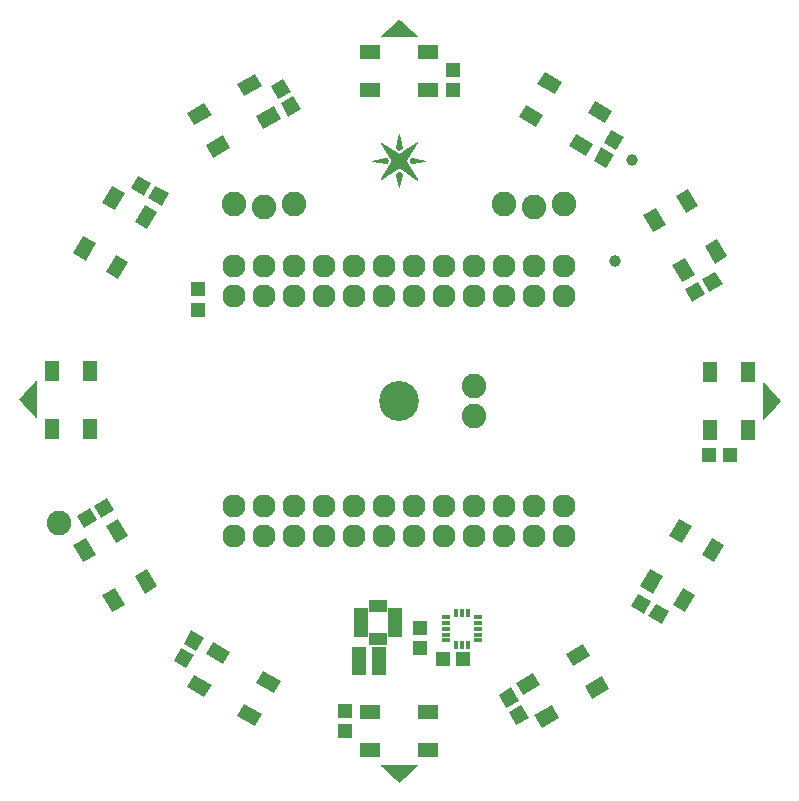
<source format=gts>
G75*
%MOIN*%
%OFA0B0*%
%FSLAX25Y25*%
%IPPOS*%
%LPD*%
%AMOC8*
5,1,8,0,0,1.08239X$1,22.5*
%
%ADD10C,0.13300*%
%ADD11C,0.00200*%
%ADD12R,0.06706X0.04737*%
%ADD13R,0.04737X0.06706*%
%ADD14R,0.05131X0.04737*%
%ADD15R,0.04737X0.05131*%
%ADD16C,0.00100*%
%ADD17R,0.04550X0.01981*%
%ADD18R,0.01981X0.04150*%
%ADD19C,0.08200*%
%ADD20C,0.03950*%
%ADD21C,0.07700*%
%ADD22R,0.02769X0.01784*%
%ADD23R,0.01784X0.02769*%
D10*
X0136400Y0131800D03*
D11*
X0015400Y0131825D02*
X0010336Y0131825D01*
X0010517Y0131626D02*
X0015400Y0131626D01*
X0015400Y0131428D02*
X0010699Y0131428D01*
X0010881Y0131229D02*
X0015400Y0131229D01*
X0015400Y0131031D02*
X0011063Y0131031D01*
X0011245Y0130832D02*
X0015400Y0130832D01*
X0015400Y0130634D02*
X0011427Y0130634D01*
X0011609Y0130435D02*
X0015400Y0130435D01*
X0015400Y0130237D02*
X0011791Y0130237D01*
X0011973Y0130038D02*
X0015400Y0130038D01*
X0015400Y0129840D02*
X0012155Y0129840D01*
X0012337Y0129641D02*
X0015400Y0129641D01*
X0015400Y0129443D02*
X0012519Y0129443D01*
X0012701Y0129244D02*
X0015400Y0129244D01*
X0015400Y0129046D02*
X0012883Y0129046D01*
X0013065Y0128847D02*
X0015400Y0128847D01*
X0015400Y0128649D02*
X0013247Y0128649D01*
X0013429Y0128450D02*
X0015400Y0128450D01*
X0015400Y0128252D02*
X0013611Y0128252D01*
X0013793Y0128053D02*
X0015400Y0128053D01*
X0015400Y0127855D02*
X0013975Y0127855D01*
X0014157Y0127656D02*
X0015400Y0127656D01*
X0015400Y0127458D02*
X0014339Y0127458D01*
X0014521Y0127259D02*
X0015400Y0127259D01*
X0015400Y0127061D02*
X0014703Y0127061D01*
X0014885Y0126862D02*
X0015400Y0126862D01*
X0015400Y0126664D02*
X0015067Y0126664D01*
X0015249Y0126465D02*
X0015400Y0126465D01*
X0015400Y0126300D02*
X0009900Y0132300D01*
X0015400Y0138300D01*
X0015400Y0126300D01*
X0015400Y0132023D02*
X0010154Y0132023D01*
X0009972Y0132222D02*
X0015400Y0132222D01*
X0015400Y0132420D02*
X0010010Y0132420D01*
X0010192Y0132619D02*
X0015400Y0132619D01*
X0015400Y0132817D02*
X0010374Y0132817D01*
X0010556Y0133016D02*
X0015400Y0133016D01*
X0015400Y0133214D02*
X0010738Y0133214D01*
X0010920Y0133413D02*
X0015400Y0133413D01*
X0015400Y0133612D02*
X0011102Y0133612D01*
X0011284Y0133810D02*
X0015400Y0133810D01*
X0015400Y0134009D02*
X0011466Y0134009D01*
X0011648Y0134207D02*
X0015400Y0134207D01*
X0015400Y0134406D02*
X0011830Y0134406D01*
X0012012Y0134604D02*
X0015400Y0134604D01*
X0015400Y0134803D02*
X0012194Y0134803D01*
X0012376Y0135001D02*
X0015400Y0135001D01*
X0015400Y0135200D02*
X0012558Y0135200D01*
X0012740Y0135398D02*
X0015400Y0135398D01*
X0015400Y0135597D02*
X0012922Y0135597D01*
X0013104Y0135795D02*
X0015400Y0135795D01*
X0015400Y0135994D02*
X0013286Y0135994D01*
X0013468Y0136192D02*
X0015400Y0136192D01*
X0015400Y0136391D02*
X0013650Y0136391D01*
X0013832Y0136589D02*
X0015400Y0136589D01*
X0015400Y0136788D02*
X0014014Y0136788D01*
X0014196Y0136986D02*
X0015400Y0136986D01*
X0015400Y0137185D02*
X0014378Y0137185D01*
X0014560Y0137383D02*
X0015400Y0137383D01*
X0015400Y0137582D02*
X0014742Y0137582D01*
X0014924Y0137780D02*
X0015400Y0137780D01*
X0015400Y0137979D02*
X0015106Y0137979D01*
X0015287Y0138177D02*
X0015400Y0138177D01*
X0257900Y0137800D02*
X0257900Y0125800D01*
X0263400Y0131800D01*
X0257900Y0137800D01*
X0257900Y0137780D02*
X0257918Y0137780D01*
X0257900Y0137582D02*
X0258100Y0137582D01*
X0258282Y0137383D02*
X0257900Y0137383D01*
X0257900Y0137185D02*
X0258464Y0137185D01*
X0258646Y0136986D02*
X0257900Y0136986D01*
X0257900Y0136788D02*
X0258828Y0136788D01*
X0259010Y0136589D02*
X0257900Y0136589D01*
X0257900Y0136391D02*
X0259192Y0136391D01*
X0259374Y0136192D02*
X0257900Y0136192D01*
X0257900Y0135994D02*
X0259556Y0135994D01*
X0259738Y0135795D02*
X0257900Y0135795D01*
X0257900Y0135597D02*
X0259920Y0135597D01*
X0260102Y0135398D02*
X0257900Y0135398D01*
X0257900Y0135200D02*
X0260284Y0135200D01*
X0260466Y0135001D02*
X0257900Y0135001D01*
X0257900Y0134803D02*
X0260648Y0134803D01*
X0260830Y0134604D02*
X0257900Y0134604D01*
X0257900Y0134406D02*
X0261012Y0134406D01*
X0261194Y0134207D02*
X0257900Y0134207D01*
X0257900Y0134009D02*
X0261376Y0134009D01*
X0261557Y0133810D02*
X0257900Y0133810D01*
X0257900Y0133612D02*
X0261739Y0133612D01*
X0261921Y0133413D02*
X0257900Y0133413D01*
X0257900Y0133214D02*
X0262103Y0133214D01*
X0262285Y0133016D02*
X0257900Y0133016D01*
X0257900Y0132817D02*
X0262467Y0132817D01*
X0262649Y0132619D02*
X0257900Y0132619D01*
X0257900Y0132420D02*
X0262831Y0132420D01*
X0263013Y0132222D02*
X0257900Y0132222D01*
X0257900Y0132023D02*
X0263195Y0132023D01*
X0263377Y0131825D02*
X0257900Y0131825D01*
X0257900Y0131626D02*
X0263241Y0131626D01*
X0263059Y0131428D02*
X0257900Y0131428D01*
X0257900Y0131229D02*
X0262877Y0131229D01*
X0262695Y0131031D02*
X0257900Y0131031D01*
X0257900Y0130832D02*
X0262513Y0130832D01*
X0262331Y0130634D02*
X0257900Y0130634D01*
X0257900Y0130435D02*
X0262149Y0130435D01*
X0261967Y0130237D02*
X0257900Y0130237D01*
X0257900Y0130038D02*
X0261785Y0130038D01*
X0261603Y0129840D02*
X0257900Y0129840D01*
X0257900Y0129641D02*
X0261421Y0129641D01*
X0261239Y0129443D02*
X0257900Y0129443D01*
X0257900Y0129244D02*
X0261057Y0129244D01*
X0260875Y0129046D02*
X0257900Y0129046D01*
X0257900Y0128847D02*
X0260693Y0128847D01*
X0260511Y0128649D02*
X0257900Y0128649D01*
X0257900Y0128450D02*
X0260329Y0128450D01*
X0260147Y0128252D02*
X0257900Y0128252D01*
X0257900Y0128053D02*
X0259965Y0128053D01*
X0259783Y0127855D02*
X0257900Y0127855D01*
X0257900Y0127656D02*
X0259602Y0127656D01*
X0259420Y0127458D02*
X0257900Y0127458D01*
X0257900Y0127259D02*
X0259238Y0127259D01*
X0259056Y0127061D02*
X0257900Y0127061D01*
X0257900Y0126862D02*
X0258874Y0126862D01*
X0258692Y0126664D02*
X0257900Y0126664D01*
X0257900Y0126465D02*
X0258510Y0126465D01*
X0258328Y0126267D02*
X0257900Y0126267D01*
X0257900Y0126068D02*
X0258146Y0126068D01*
X0257964Y0125870D02*
X0257900Y0125870D01*
X0142400Y0010300D02*
X0130400Y0010300D01*
X0136400Y0004800D01*
X0142400Y0010300D01*
X0142223Y0010137D02*
X0130577Y0010137D01*
X0130794Y0009939D02*
X0142006Y0009939D01*
X0141790Y0009740D02*
X0131010Y0009740D01*
X0131227Y0009542D02*
X0141573Y0009542D01*
X0141356Y0009343D02*
X0131444Y0009343D01*
X0131660Y0009145D02*
X0141140Y0009145D01*
X0140923Y0008946D02*
X0131877Y0008946D01*
X0132093Y0008748D02*
X0140707Y0008748D01*
X0140490Y0008549D02*
X0132310Y0008549D01*
X0132526Y0008351D02*
X0140274Y0008351D01*
X0140057Y0008152D02*
X0132743Y0008152D01*
X0132959Y0007954D02*
X0139841Y0007954D01*
X0139624Y0007755D02*
X0133176Y0007755D01*
X0133393Y0007557D02*
X0139407Y0007557D01*
X0139191Y0007358D02*
X0133609Y0007358D01*
X0133826Y0007160D02*
X0138974Y0007160D01*
X0138758Y0006961D02*
X0134042Y0006961D01*
X0134259Y0006763D02*
X0138541Y0006763D01*
X0138325Y0006564D02*
X0134475Y0006564D01*
X0134692Y0006366D02*
X0138108Y0006366D01*
X0137892Y0006167D02*
X0134908Y0006167D01*
X0135125Y0005969D02*
X0137675Y0005969D01*
X0137458Y0005770D02*
X0135342Y0005770D01*
X0135558Y0005572D02*
X0137242Y0005572D01*
X0137025Y0005373D02*
X0135775Y0005373D01*
X0135991Y0005175D02*
X0136809Y0005175D01*
X0136592Y0004976D02*
X0136208Y0004976D01*
X0130400Y0253300D02*
X0136400Y0258800D01*
X0142400Y0253300D01*
X0130400Y0253300D01*
X0130415Y0253314D02*
X0142385Y0253314D01*
X0142168Y0253512D02*
X0130632Y0253512D01*
X0130848Y0253711D02*
X0141952Y0253711D01*
X0141735Y0253909D02*
X0131065Y0253909D01*
X0131281Y0254108D02*
X0141519Y0254108D01*
X0141302Y0254306D02*
X0131498Y0254306D01*
X0131714Y0254505D02*
X0141086Y0254505D01*
X0140869Y0254703D02*
X0131931Y0254703D01*
X0132148Y0254902D02*
X0140652Y0254902D01*
X0140436Y0255100D02*
X0132364Y0255100D01*
X0132581Y0255299D02*
X0140219Y0255299D01*
X0140003Y0255497D02*
X0132797Y0255497D01*
X0133014Y0255696D02*
X0139786Y0255696D01*
X0139570Y0255894D02*
X0133230Y0255894D01*
X0133447Y0256093D02*
X0139353Y0256093D01*
X0139137Y0256292D02*
X0133663Y0256292D01*
X0133880Y0256490D02*
X0138920Y0256490D01*
X0138703Y0256689D02*
X0134097Y0256689D01*
X0134313Y0256887D02*
X0138487Y0256887D01*
X0138270Y0257086D02*
X0134530Y0257086D01*
X0134746Y0257284D02*
X0138054Y0257284D01*
X0137837Y0257483D02*
X0134963Y0257483D01*
X0135179Y0257681D02*
X0137621Y0257681D01*
X0137404Y0257880D02*
X0135396Y0257880D01*
X0135612Y0258078D02*
X0137188Y0258078D01*
X0136971Y0258277D02*
X0135829Y0258277D01*
X0136046Y0258475D02*
X0136754Y0258475D01*
X0136538Y0258674D02*
X0136262Y0258674D01*
D12*
G36*
X0088323Y0023295D02*
X0082517Y0026648D01*
X0084885Y0030749D01*
X0090691Y0027396D01*
X0088323Y0023295D01*
G37*
X0126754Y0028099D03*
X0146046Y0028099D03*
G36*
X0183484Y0037058D02*
X0177678Y0033705D01*
X0175310Y0037806D01*
X0181116Y0041159D01*
X0183484Y0037058D01*
G37*
G36*
X0206490Y0035794D02*
X0200684Y0032441D01*
X0198316Y0036542D01*
X0204122Y0039895D01*
X0206490Y0035794D01*
G37*
G36*
X0189783Y0026148D02*
X0183977Y0022795D01*
X0181609Y0026896D01*
X0187415Y0030249D01*
X0189783Y0026148D01*
G37*
X0146046Y0015501D03*
X0126754Y0015501D03*
G36*
X0071616Y0032941D02*
X0065810Y0036294D01*
X0068178Y0040395D01*
X0073984Y0037042D01*
X0071616Y0032941D01*
G37*
G36*
X0094622Y0034205D02*
X0088816Y0037558D01*
X0091184Y0041659D01*
X0096990Y0038306D01*
X0094622Y0034205D01*
G37*
G36*
X0077915Y0043851D02*
X0072109Y0047204D01*
X0074477Y0051305D01*
X0080283Y0047952D01*
X0077915Y0043851D01*
G37*
G36*
X0040894Y0061210D02*
X0037541Y0067016D01*
X0041642Y0069384D01*
X0044995Y0063578D01*
X0040894Y0061210D01*
G37*
G36*
X0051804Y0067509D02*
X0048451Y0073315D01*
X0052552Y0075683D01*
X0055905Y0069877D01*
X0051804Y0067509D01*
G37*
G36*
X0031248Y0077917D02*
X0027895Y0083723D01*
X0031996Y0086091D01*
X0035349Y0080285D01*
X0031248Y0077917D01*
G37*
G36*
X0042158Y0084216D02*
X0038805Y0090022D01*
X0042906Y0092390D01*
X0046259Y0086584D01*
X0042158Y0084216D01*
G37*
G36*
X0200191Y0046704D02*
X0194385Y0043351D01*
X0192017Y0047452D01*
X0197823Y0050805D01*
X0200191Y0046704D01*
G37*
G36*
X0235259Y0067016D02*
X0231906Y0061210D01*
X0227805Y0063578D01*
X0231158Y0069384D01*
X0235259Y0067016D01*
G37*
G36*
X0224349Y0073315D02*
X0220996Y0067509D01*
X0216895Y0069877D01*
X0220248Y0075683D01*
X0224349Y0073315D01*
G37*
G36*
X0244905Y0083723D02*
X0241552Y0077917D01*
X0237451Y0080285D01*
X0240804Y0086091D01*
X0244905Y0083723D01*
G37*
G36*
X0233995Y0090022D02*
X0230642Y0084216D01*
X0226541Y0086584D01*
X0229894Y0092390D01*
X0233995Y0090022D01*
G37*
G36*
X0231642Y0179384D02*
X0234995Y0173578D01*
X0230894Y0171210D01*
X0227541Y0177016D01*
X0231642Y0179384D01*
G37*
G36*
X0242552Y0185683D02*
X0245905Y0179877D01*
X0241804Y0177509D01*
X0238451Y0183315D01*
X0242552Y0185683D01*
G37*
G36*
X0221996Y0196091D02*
X0225349Y0190285D01*
X0221248Y0187917D01*
X0217895Y0193723D01*
X0221996Y0196091D01*
G37*
G36*
X0232906Y0202390D02*
X0236259Y0196584D01*
X0232158Y0194216D01*
X0228805Y0200022D01*
X0232906Y0202390D01*
G37*
G36*
X0195385Y0220749D02*
X0201191Y0217396D01*
X0198823Y0213295D01*
X0193017Y0216648D01*
X0195385Y0220749D01*
G37*
G36*
X0178678Y0230395D02*
X0184484Y0227042D01*
X0182116Y0222941D01*
X0176310Y0226294D01*
X0178678Y0230395D01*
G37*
G36*
X0201684Y0231659D02*
X0207490Y0228306D01*
X0205122Y0224205D01*
X0199316Y0227558D01*
X0201684Y0231659D01*
G37*
G36*
X0184977Y0241305D02*
X0190783Y0237952D01*
X0188415Y0233851D01*
X0182609Y0237204D01*
X0184977Y0241305D01*
G37*
X0146046Y0235501D03*
X0126754Y0235501D03*
G36*
X0088816Y0226542D02*
X0094622Y0229895D01*
X0096990Y0225794D01*
X0091184Y0222441D01*
X0088816Y0226542D01*
G37*
G36*
X0065810Y0227806D02*
X0071616Y0231159D01*
X0073984Y0227058D01*
X0068178Y0223705D01*
X0065810Y0227806D01*
G37*
G36*
X0082517Y0237452D02*
X0088323Y0240805D01*
X0090691Y0236704D01*
X0084885Y0233351D01*
X0082517Y0237452D01*
G37*
X0126754Y0248099D03*
X0146046Y0248099D03*
G36*
X0072109Y0216896D02*
X0077915Y0220249D01*
X0080283Y0216148D01*
X0074477Y0212795D01*
X0072109Y0216896D01*
G37*
G36*
X0037541Y0197584D02*
X0040894Y0203390D01*
X0044995Y0201022D01*
X0041642Y0195216D01*
X0037541Y0197584D01*
G37*
G36*
X0048451Y0191285D02*
X0051804Y0197091D01*
X0055905Y0194723D01*
X0052552Y0188917D01*
X0048451Y0191285D01*
G37*
G36*
X0027895Y0180877D02*
X0031248Y0186683D01*
X0035349Y0184315D01*
X0031996Y0178509D01*
X0027895Y0180877D01*
G37*
G36*
X0038805Y0174578D02*
X0042158Y0180384D01*
X0046259Y0178016D01*
X0042906Y0172210D01*
X0038805Y0174578D01*
G37*
D13*
X0033399Y0141646D03*
X0020801Y0141646D03*
X0020801Y0122354D03*
X0033399Y0122354D03*
X0240101Y0122154D03*
X0252699Y0122154D03*
X0252699Y0141446D03*
X0240101Y0141446D03*
D14*
G36*
X0231697Y0168895D02*
X0236139Y0171460D01*
X0238507Y0167359D01*
X0234065Y0164794D01*
X0231697Y0168895D01*
G37*
G36*
X0237493Y0172241D02*
X0241935Y0174806D01*
X0244303Y0170705D01*
X0239861Y0168140D01*
X0237493Y0172241D01*
G37*
G36*
X0201294Y0211765D02*
X0203859Y0216207D01*
X0207960Y0213839D01*
X0205395Y0209397D01*
X0201294Y0211765D01*
G37*
G36*
X0204640Y0217561D02*
X0207205Y0222003D01*
X0211306Y0219635D01*
X0208741Y0215193D01*
X0204640Y0217561D01*
G37*
G36*
X0099605Y0226497D02*
X0097040Y0230939D01*
X0101141Y0233307D01*
X0103706Y0228865D01*
X0099605Y0226497D01*
G37*
G36*
X0096259Y0232293D02*
X0093694Y0236735D01*
X0097795Y0239103D01*
X0100360Y0234661D01*
X0096259Y0232293D01*
G37*
G36*
X0051539Y0200140D02*
X0047097Y0202705D01*
X0049465Y0206806D01*
X0053907Y0204241D01*
X0051539Y0200140D01*
G37*
G36*
X0057335Y0196794D02*
X0052893Y0199359D01*
X0055261Y0203460D01*
X0059703Y0200895D01*
X0057335Y0196794D01*
G37*
X0239954Y0113600D03*
X0246646Y0113600D03*
G36*
X0216165Y0067506D02*
X0220607Y0064941D01*
X0218239Y0060840D01*
X0213797Y0063405D01*
X0216165Y0067506D01*
G37*
G36*
X0221961Y0064160D02*
X0226403Y0061595D01*
X0224035Y0057494D01*
X0219593Y0060059D01*
X0221961Y0064160D01*
G37*
X0157746Y0045800D03*
X0151054Y0045800D03*
X0129746Y0047300D03*
X0129746Y0042800D03*
X0123054Y0042800D03*
X0123054Y0047300D03*
G36*
X0173795Y0036203D02*
X0176360Y0031761D01*
X0172259Y0029393D01*
X0169694Y0033835D01*
X0173795Y0036203D01*
G37*
G36*
X0177141Y0030407D02*
X0179706Y0025965D01*
X0175605Y0023597D01*
X0173040Y0028039D01*
X0177141Y0030407D01*
G37*
G36*
X0071306Y0052835D02*
X0068741Y0048393D01*
X0064640Y0050761D01*
X0067205Y0055203D01*
X0071306Y0052835D01*
G37*
G36*
X0067960Y0047039D02*
X0065395Y0042597D01*
X0061294Y0044965D01*
X0063859Y0049407D01*
X0067960Y0047039D01*
G37*
G36*
X0035807Y0091959D02*
X0031365Y0089394D01*
X0028997Y0093495D01*
X0033439Y0096060D01*
X0035807Y0091959D01*
G37*
G36*
X0041603Y0095305D02*
X0037161Y0092740D01*
X0034793Y0096841D01*
X0039235Y0099406D01*
X0041603Y0095305D01*
G37*
D15*
X0143400Y0056146D03*
X0143400Y0049454D03*
X0118500Y0028246D03*
X0118500Y0021554D03*
X0069300Y0162154D03*
X0069300Y0168846D03*
X0154400Y0235454D03*
X0154400Y0242146D03*
D16*
X0136400Y0220600D02*
X0137400Y0216000D01*
X0136400Y0215400D01*
X0135400Y0216000D01*
X0136400Y0220600D01*
X0136399Y0220594D02*
X0136401Y0220594D01*
X0136377Y0220495D02*
X0136423Y0220495D01*
X0136444Y0220397D02*
X0136356Y0220397D01*
X0136334Y0220298D02*
X0136466Y0220298D01*
X0136487Y0220200D02*
X0136313Y0220200D01*
X0136292Y0220101D02*
X0136508Y0220101D01*
X0136530Y0220003D02*
X0136270Y0220003D01*
X0136249Y0219904D02*
X0136551Y0219904D01*
X0136573Y0219806D02*
X0136227Y0219806D01*
X0136206Y0219707D02*
X0136594Y0219707D01*
X0136616Y0219609D02*
X0136184Y0219609D01*
X0136163Y0219510D02*
X0136637Y0219510D01*
X0136658Y0219412D02*
X0136142Y0219412D01*
X0136120Y0219313D02*
X0136680Y0219313D01*
X0136701Y0219214D02*
X0136099Y0219214D01*
X0136077Y0219116D02*
X0136723Y0219116D01*
X0136744Y0219017D02*
X0136056Y0219017D01*
X0136035Y0218919D02*
X0136765Y0218919D01*
X0136787Y0218820D02*
X0136013Y0218820D01*
X0135992Y0218722D02*
X0136808Y0218722D01*
X0136830Y0218623D02*
X0135970Y0218623D01*
X0135949Y0218525D02*
X0136851Y0218525D01*
X0136873Y0218426D02*
X0135927Y0218426D01*
X0135906Y0218328D02*
X0136894Y0218328D01*
X0136915Y0218229D02*
X0135885Y0218229D01*
X0135863Y0218131D02*
X0136937Y0218131D01*
X0136958Y0218032D02*
X0135842Y0218032D01*
X0135820Y0217934D02*
X0136980Y0217934D01*
X0137001Y0217835D02*
X0135799Y0217835D01*
X0135778Y0217737D02*
X0137022Y0217737D01*
X0137044Y0217638D02*
X0135756Y0217638D01*
X0135735Y0217540D02*
X0137065Y0217540D01*
X0137087Y0217441D02*
X0135713Y0217441D01*
X0135692Y0217343D02*
X0137108Y0217343D01*
X0137130Y0217244D02*
X0135670Y0217244D01*
X0135649Y0217146D02*
X0137151Y0217146D01*
X0137172Y0217047D02*
X0135628Y0217047D01*
X0135606Y0216949D02*
X0137194Y0216949D01*
X0137215Y0216850D02*
X0135585Y0216850D01*
X0135563Y0216752D02*
X0137237Y0216752D01*
X0137258Y0216653D02*
X0135542Y0216653D01*
X0135521Y0216555D02*
X0137279Y0216555D01*
X0137301Y0216456D02*
X0135499Y0216456D01*
X0135478Y0216358D02*
X0137322Y0216358D01*
X0137344Y0216259D02*
X0135456Y0216259D01*
X0135435Y0216161D02*
X0137365Y0216161D01*
X0137387Y0216062D02*
X0135414Y0216062D01*
X0135461Y0215964D02*
X0137339Y0215964D01*
X0137175Y0215865D02*
X0135625Y0215865D01*
X0135789Y0215767D02*
X0137011Y0215767D01*
X0136847Y0215668D02*
X0135953Y0215668D01*
X0136117Y0215570D02*
X0136683Y0215570D01*
X0136518Y0215471D02*
X0136282Y0215471D01*
X0135620Y0214486D02*
X0132399Y0214486D01*
X0132337Y0214584D02*
X0135462Y0214584D01*
X0135304Y0214683D02*
X0132274Y0214683D01*
X0132212Y0214781D02*
X0135146Y0214781D01*
X0134987Y0214880D02*
X0132149Y0214880D01*
X0132087Y0214978D02*
X0134829Y0214978D01*
X0134671Y0215077D02*
X0132025Y0215077D01*
X0131962Y0215176D02*
X0134513Y0215176D01*
X0134355Y0215274D02*
X0131900Y0215274D01*
X0131837Y0215373D02*
X0134197Y0215373D01*
X0134039Y0215471D02*
X0131775Y0215471D01*
X0131713Y0215570D02*
X0133880Y0215570D01*
X0133722Y0215668D02*
X0131650Y0215668D01*
X0131588Y0215767D02*
X0133564Y0215767D01*
X0133406Y0215865D02*
X0131525Y0215865D01*
X0131463Y0215964D02*
X0133248Y0215964D01*
X0133090Y0216062D02*
X0131401Y0216062D01*
X0131338Y0216161D02*
X0132932Y0216161D01*
X0132773Y0216259D02*
X0131276Y0216259D01*
X0131213Y0216358D02*
X0132615Y0216358D01*
X0132457Y0216456D02*
X0131151Y0216456D01*
X0131089Y0216555D02*
X0132299Y0216555D01*
X0132141Y0216653D02*
X0131026Y0216653D01*
X0130964Y0216752D02*
X0131983Y0216752D01*
X0131825Y0216850D02*
X0130902Y0216850D01*
X0130839Y0216949D02*
X0131667Y0216949D01*
X0131508Y0217047D02*
X0130777Y0217047D01*
X0130714Y0217146D02*
X0131350Y0217146D01*
X0131192Y0217244D02*
X0130652Y0217244D01*
X0130590Y0217343D02*
X0131034Y0217343D01*
X0130876Y0217441D02*
X0130527Y0217441D01*
X0130465Y0217540D02*
X0130718Y0217540D01*
X0130560Y0217638D02*
X0130402Y0217638D01*
X0130401Y0217737D02*
X0130340Y0217737D01*
X0130300Y0217800D02*
X0136400Y0214000D01*
X0142400Y0217900D01*
X0138600Y0211800D01*
X0142600Y0205500D01*
X0136400Y0209600D01*
X0130300Y0205600D01*
X0134100Y0211800D01*
X0130300Y0217800D01*
X0132461Y0214387D02*
X0135778Y0214387D01*
X0135936Y0214289D02*
X0132524Y0214289D01*
X0132586Y0214190D02*
X0136094Y0214190D01*
X0136252Y0214092D02*
X0132648Y0214092D01*
X0132711Y0213993D02*
X0139966Y0213993D01*
X0139905Y0213895D02*
X0132773Y0213895D01*
X0132836Y0213796D02*
X0139844Y0213796D01*
X0139782Y0213698D02*
X0132898Y0213698D01*
X0132960Y0213599D02*
X0139721Y0213599D01*
X0139660Y0213501D02*
X0133023Y0213501D01*
X0133085Y0213402D02*
X0139598Y0213402D01*
X0139537Y0213304D02*
X0133148Y0213304D01*
X0133210Y0213205D02*
X0139475Y0213205D01*
X0139414Y0213107D02*
X0133272Y0213107D01*
X0133335Y0213008D02*
X0139353Y0213008D01*
X0139291Y0212910D02*
X0133397Y0212910D01*
X0133460Y0212811D02*
X0139230Y0212811D01*
X0139169Y0212713D02*
X0133522Y0212713D01*
X0133584Y0212614D02*
X0139107Y0212614D01*
X0139046Y0212516D02*
X0133647Y0212516D01*
X0133709Y0212417D02*
X0138984Y0212417D01*
X0138923Y0212319D02*
X0133771Y0212319D01*
X0133834Y0212220D02*
X0138862Y0212220D01*
X0138800Y0212122D02*
X0133896Y0212122D01*
X0133959Y0212023D02*
X0138739Y0212023D01*
X0138678Y0211925D02*
X0134021Y0211925D01*
X0134083Y0211826D02*
X0138616Y0211826D01*
X0138646Y0211728D02*
X0134056Y0211728D01*
X0133995Y0211629D02*
X0138709Y0211629D01*
X0138771Y0211531D02*
X0133935Y0211531D01*
X0133875Y0211432D02*
X0138834Y0211432D01*
X0138896Y0211334D02*
X0133814Y0211334D01*
X0133754Y0211235D02*
X0138959Y0211235D01*
X0139021Y0211137D02*
X0133693Y0211137D01*
X0133633Y0211038D02*
X0139084Y0211038D01*
X0139146Y0210940D02*
X0133573Y0210940D01*
X0133512Y0210841D02*
X0139209Y0210841D01*
X0139271Y0210743D02*
X0133452Y0210743D01*
X0133391Y0210644D02*
X0139334Y0210644D01*
X0139397Y0210545D02*
X0133331Y0210545D01*
X0133271Y0210447D02*
X0139459Y0210447D01*
X0139522Y0210348D02*
X0133210Y0210348D01*
X0133150Y0210250D02*
X0139584Y0210250D01*
X0139647Y0210151D02*
X0133090Y0210151D01*
X0133029Y0210053D02*
X0139709Y0210053D01*
X0139772Y0209954D02*
X0132969Y0209954D01*
X0132908Y0209856D02*
X0139834Y0209856D01*
X0139897Y0209757D02*
X0132848Y0209757D01*
X0132788Y0209659D02*
X0139959Y0209659D01*
X0140022Y0209560D02*
X0136460Y0209560D01*
X0136340Y0209560D02*
X0132727Y0209560D01*
X0132667Y0209462D02*
X0136189Y0209462D01*
X0136039Y0209363D02*
X0132607Y0209363D01*
X0132546Y0209265D02*
X0135889Y0209265D01*
X0135739Y0209166D02*
X0132486Y0209166D01*
X0132425Y0209068D02*
X0135588Y0209068D01*
X0135438Y0208969D02*
X0132365Y0208969D01*
X0132305Y0208871D02*
X0135288Y0208871D01*
X0135138Y0208772D02*
X0132244Y0208772D01*
X0132184Y0208674D02*
X0134987Y0208674D01*
X0134837Y0208575D02*
X0132124Y0208575D01*
X0132063Y0208477D02*
X0134687Y0208477D01*
X0134537Y0208378D02*
X0132003Y0208378D01*
X0131942Y0208280D02*
X0134387Y0208280D01*
X0134236Y0208181D02*
X0131882Y0208181D01*
X0131822Y0208083D02*
X0134086Y0208083D01*
X0133936Y0207984D02*
X0131761Y0207984D01*
X0131701Y0207886D02*
X0133786Y0207886D01*
X0133635Y0207787D02*
X0131641Y0207787D01*
X0131580Y0207689D02*
X0133485Y0207689D01*
X0133335Y0207590D02*
X0131520Y0207590D01*
X0131459Y0207492D02*
X0133185Y0207492D01*
X0133035Y0207393D02*
X0131399Y0207393D01*
X0131339Y0207295D02*
X0132884Y0207295D01*
X0132734Y0207196D02*
X0131278Y0207196D01*
X0131218Y0207098D02*
X0132584Y0207098D01*
X0132434Y0206999D02*
X0131158Y0206999D01*
X0131097Y0206901D02*
X0132283Y0206901D01*
X0132133Y0206802D02*
X0131037Y0206802D01*
X0130976Y0206704D02*
X0131983Y0206704D01*
X0131833Y0206605D02*
X0130916Y0206605D01*
X0130856Y0206507D02*
X0131682Y0206507D01*
X0131532Y0206408D02*
X0130795Y0206408D01*
X0130735Y0206309D02*
X0131382Y0206309D01*
X0131232Y0206211D02*
X0130674Y0206211D01*
X0130614Y0206112D02*
X0131082Y0206112D01*
X0130931Y0206014D02*
X0130554Y0206014D01*
X0130493Y0205915D02*
X0130781Y0205915D01*
X0130631Y0205817D02*
X0130433Y0205817D01*
X0130481Y0205718D02*
X0130373Y0205718D01*
X0130330Y0205620D02*
X0130312Y0205620D01*
X0135536Y0206802D02*
X0137264Y0206802D01*
X0137242Y0206704D02*
X0135558Y0206704D01*
X0135581Y0206605D02*
X0137219Y0206605D01*
X0137197Y0206507D02*
X0135603Y0206507D01*
X0135625Y0206408D02*
X0137175Y0206408D01*
X0137152Y0206309D02*
X0135648Y0206309D01*
X0135670Y0206211D02*
X0137130Y0206211D01*
X0137107Y0206112D02*
X0135693Y0206112D01*
X0135715Y0206014D02*
X0137085Y0206014D01*
X0137063Y0205915D02*
X0135737Y0205915D01*
X0135760Y0205817D02*
X0137040Y0205817D01*
X0137018Y0205718D02*
X0135782Y0205718D01*
X0135805Y0205620D02*
X0136995Y0205620D01*
X0136973Y0205521D02*
X0135827Y0205521D01*
X0135849Y0205423D02*
X0136951Y0205423D01*
X0136928Y0205324D02*
X0135872Y0205324D01*
X0135894Y0205226D02*
X0136906Y0205226D01*
X0136883Y0205127D02*
X0135916Y0205127D01*
X0135939Y0205029D02*
X0136861Y0205029D01*
X0136839Y0204930D02*
X0135961Y0204930D01*
X0135984Y0204832D02*
X0136816Y0204832D01*
X0136794Y0204733D02*
X0136006Y0204733D01*
X0136028Y0204635D02*
X0136772Y0204635D01*
X0136749Y0204536D02*
X0136051Y0204536D01*
X0136073Y0204438D02*
X0136727Y0204438D01*
X0136704Y0204339D02*
X0136096Y0204339D01*
X0136118Y0204241D02*
X0136682Y0204241D01*
X0136660Y0204142D02*
X0136140Y0204142D01*
X0136163Y0204044D02*
X0136637Y0204044D01*
X0136615Y0203945D02*
X0136185Y0203945D01*
X0136208Y0203847D02*
X0136592Y0203847D01*
X0136570Y0203748D02*
X0136230Y0203748D01*
X0136252Y0203650D02*
X0136548Y0203650D01*
X0136525Y0203551D02*
X0136275Y0203551D01*
X0136297Y0203453D02*
X0136503Y0203453D01*
X0136480Y0203354D02*
X0136320Y0203354D01*
X0136342Y0203256D02*
X0136458Y0203256D01*
X0136436Y0203157D02*
X0136364Y0203157D01*
X0136387Y0203059D02*
X0136413Y0203059D01*
X0136400Y0203000D02*
X0137400Y0207400D01*
X0136400Y0208100D01*
X0135400Y0207400D01*
X0136400Y0203000D01*
X0135513Y0206901D02*
X0137286Y0206901D01*
X0137309Y0206999D02*
X0135491Y0206999D01*
X0135469Y0207098D02*
X0137331Y0207098D01*
X0137354Y0207196D02*
X0135446Y0207196D01*
X0135424Y0207295D02*
X0137376Y0207295D01*
X0137398Y0207393D02*
X0135402Y0207393D01*
X0135531Y0207492D02*
X0137269Y0207492D01*
X0137128Y0207590D02*
X0135672Y0207590D01*
X0135812Y0207689D02*
X0136988Y0207689D01*
X0136847Y0207787D02*
X0135953Y0207787D01*
X0136094Y0207886D02*
X0136706Y0207886D01*
X0136565Y0207984D02*
X0136235Y0207984D01*
X0136375Y0208083D02*
X0136425Y0208083D01*
X0137056Y0209166D02*
X0140272Y0209166D01*
X0140335Y0209068D02*
X0137205Y0209068D01*
X0137354Y0208969D02*
X0140397Y0208969D01*
X0140460Y0208871D02*
X0137503Y0208871D01*
X0137652Y0208772D02*
X0140522Y0208772D01*
X0140585Y0208674D02*
X0137801Y0208674D01*
X0137950Y0208575D02*
X0140647Y0208575D01*
X0140710Y0208477D02*
X0138099Y0208477D01*
X0138248Y0208378D02*
X0140773Y0208378D01*
X0140835Y0208280D02*
X0138397Y0208280D01*
X0138545Y0208181D02*
X0140898Y0208181D01*
X0140960Y0208083D02*
X0138694Y0208083D01*
X0138843Y0207984D02*
X0141023Y0207984D01*
X0141085Y0207886D02*
X0138992Y0207886D01*
X0139141Y0207787D02*
X0141148Y0207787D01*
X0141210Y0207689D02*
X0139290Y0207689D01*
X0139439Y0207590D02*
X0141273Y0207590D01*
X0141335Y0207492D02*
X0139588Y0207492D01*
X0139737Y0207393D02*
X0141398Y0207393D01*
X0141461Y0207295D02*
X0139886Y0207295D01*
X0140035Y0207196D02*
X0141523Y0207196D01*
X0141586Y0207098D02*
X0140184Y0207098D01*
X0140333Y0206999D02*
X0141648Y0206999D01*
X0141711Y0206901D02*
X0140482Y0206901D01*
X0140631Y0206802D02*
X0141773Y0206802D01*
X0141836Y0206704D02*
X0140780Y0206704D01*
X0140929Y0206605D02*
X0141898Y0206605D01*
X0141961Y0206507D02*
X0141078Y0206507D01*
X0141227Y0206408D02*
X0142023Y0206408D01*
X0142086Y0206309D02*
X0141376Y0206309D01*
X0141525Y0206211D02*
X0142149Y0206211D01*
X0142211Y0206112D02*
X0141674Y0206112D01*
X0141823Y0206014D02*
X0142274Y0206014D01*
X0142336Y0205915D02*
X0141972Y0205915D01*
X0142121Y0205817D02*
X0142399Y0205817D01*
X0142461Y0205718D02*
X0142270Y0205718D01*
X0142419Y0205620D02*
X0142524Y0205620D01*
X0142568Y0205521D02*
X0142586Y0205521D01*
X0140210Y0209265D02*
X0136907Y0209265D01*
X0136758Y0209363D02*
X0140147Y0209363D01*
X0140085Y0209462D02*
X0136609Y0209462D01*
X0140048Y0211728D02*
X0144646Y0211728D01*
X0144872Y0211826D02*
X0140017Y0211826D01*
X0140000Y0211800D02*
X0140600Y0210900D01*
X0145000Y0211800D01*
X0140600Y0212700D01*
X0140000Y0211800D01*
X0140083Y0211925D02*
X0144391Y0211925D01*
X0144165Y0211629D02*
X0140114Y0211629D01*
X0140180Y0211531D02*
X0143683Y0211531D01*
X0143201Y0211432D02*
X0140245Y0211432D01*
X0140311Y0211334D02*
X0142720Y0211334D01*
X0142238Y0211235D02*
X0140377Y0211235D01*
X0140442Y0211137D02*
X0141756Y0211137D01*
X0141275Y0211038D02*
X0140508Y0211038D01*
X0140574Y0210940D02*
X0140793Y0210940D01*
X0140149Y0212023D02*
X0143909Y0212023D01*
X0143427Y0212122D02*
X0140214Y0212122D01*
X0140280Y0212220D02*
X0142946Y0212220D01*
X0142464Y0212319D02*
X0140346Y0212319D01*
X0140411Y0212417D02*
X0141983Y0212417D01*
X0141501Y0212516D02*
X0140477Y0212516D01*
X0140543Y0212614D02*
X0141019Y0212614D01*
X0140028Y0214092D02*
X0136541Y0214092D01*
X0136693Y0214190D02*
X0140089Y0214190D01*
X0140150Y0214289D02*
X0136844Y0214289D01*
X0136996Y0214387D02*
X0140212Y0214387D01*
X0140273Y0214486D02*
X0137148Y0214486D01*
X0137299Y0214584D02*
X0140335Y0214584D01*
X0140396Y0214683D02*
X0137451Y0214683D01*
X0137602Y0214781D02*
X0140457Y0214781D01*
X0140519Y0214880D02*
X0137754Y0214880D01*
X0137905Y0214978D02*
X0140580Y0214978D01*
X0140641Y0215077D02*
X0138057Y0215077D01*
X0138208Y0215176D02*
X0140703Y0215176D01*
X0140764Y0215274D02*
X0138360Y0215274D01*
X0138512Y0215373D02*
X0140826Y0215373D01*
X0140887Y0215471D02*
X0138663Y0215471D01*
X0138815Y0215570D02*
X0140948Y0215570D01*
X0141010Y0215668D02*
X0138966Y0215668D01*
X0139118Y0215767D02*
X0141071Y0215767D01*
X0141132Y0215865D02*
X0139269Y0215865D01*
X0139421Y0215964D02*
X0141194Y0215964D01*
X0141255Y0216062D02*
X0139572Y0216062D01*
X0139724Y0216161D02*
X0141316Y0216161D01*
X0141378Y0216259D02*
X0139876Y0216259D01*
X0140027Y0216358D02*
X0141439Y0216358D01*
X0141501Y0216456D02*
X0140179Y0216456D01*
X0140330Y0216555D02*
X0141562Y0216555D01*
X0141623Y0216653D02*
X0140482Y0216653D01*
X0140633Y0216752D02*
X0141685Y0216752D01*
X0141746Y0216850D02*
X0140785Y0216850D01*
X0140937Y0216949D02*
X0141807Y0216949D01*
X0141869Y0217047D02*
X0141088Y0217047D01*
X0141240Y0217146D02*
X0141930Y0217146D01*
X0141991Y0217244D02*
X0141391Y0217244D01*
X0141543Y0217343D02*
X0142053Y0217343D01*
X0142114Y0217441D02*
X0141694Y0217441D01*
X0141846Y0217540D02*
X0142176Y0217540D01*
X0142237Y0217638D02*
X0141997Y0217638D01*
X0142149Y0217737D02*
X0142298Y0217737D01*
X0142301Y0217835D02*
X0142360Y0217835D01*
X0132800Y0211800D02*
X0132200Y0212700D01*
X0127600Y0211800D01*
X0132200Y0210900D01*
X0132800Y0211800D01*
X0132783Y0211826D02*
X0127734Y0211826D01*
X0127970Y0211728D02*
X0132752Y0211728D01*
X0132686Y0211629D02*
X0128473Y0211629D01*
X0128237Y0211925D02*
X0132717Y0211925D01*
X0132651Y0212023D02*
X0128741Y0212023D01*
X0129244Y0212122D02*
X0132586Y0212122D01*
X0132520Y0212220D02*
X0129748Y0212220D01*
X0130251Y0212319D02*
X0132454Y0212319D01*
X0132389Y0212417D02*
X0130755Y0212417D01*
X0131258Y0212516D02*
X0132323Y0212516D01*
X0132257Y0212614D02*
X0131762Y0212614D01*
X0132620Y0211531D02*
X0128977Y0211531D01*
X0129480Y0211432D02*
X0132555Y0211432D01*
X0132489Y0211334D02*
X0129984Y0211334D01*
X0130487Y0211235D02*
X0132423Y0211235D01*
X0132358Y0211137D02*
X0130991Y0211137D01*
X0131494Y0211038D02*
X0132292Y0211038D01*
X0132226Y0210940D02*
X0131998Y0210940D01*
D17*
X0135015Y0061737D03*
X0135015Y0059769D03*
X0135015Y0057800D03*
X0135015Y0055831D03*
X0135015Y0053863D03*
X0123785Y0053863D03*
X0123785Y0055831D03*
X0123785Y0057800D03*
X0123785Y0059769D03*
X0123785Y0061737D03*
D18*
X0127431Y0063320D03*
X0129400Y0063320D03*
X0131369Y0063320D03*
X0131369Y0052280D03*
X0129400Y0052280D03*
X0127431Y0052280D03*
D19*
X0023100Y0090900D03*
X0161400Y0126800D03*
X0161400Y0136800D03*
X0171400Y0197300D03*
X0181400Y0196300D03*
X0191400Y0197300D03*
X0101400Y0197300D03*
X0091400Y0196300D03*
X0081400Y0197300D03*
D20*
X0208303Y0178237D03*
X0214249Y0211958D03*
D21*
X0191400Y0176800D03*
X0181400Y0176800D03*
X0171400Y0176800D03*
X0161400Y0176800D03*
X0151400Y0176800D03*
X0141400Y0176800D03*
X0131400Y0176800D03*
X0121400Y0176800D03*
X0111400Y0176800D03*
X0101400Y0176800D03*
X0091400Y0176800D03*
X0081400Y0176800D03*
X0081400Y0166800D03*
X0091400Y0166800D03*
X0101400Y0166800D03*
X0111400Y0166800D03*
X0121400Y0166800D03*
X0131400Y0166800D03*
X0141400Y0166800D03*
X0151400Y0166800D03*
X0161400Y0166800D03*
X0171400Y0166800D03*
X0181400Y0166800D03*
X0191400Y0166800D03*
X0191400Y0096800D03*
X0181400Y0096800D03*
X0171400Y0096800D03*
X0161400Y0096800D03*
X0151400Y0096800D03*
X0141400Y0096800D03*
X0131400Y0096800D03*
X0121400Y0096800D03*
X0111400Y0096800D03*
X0101400Y0096800D03*
X0091400Y0096800D03*
X0081400Y0096800D03*
X0081400Y0086800D03*
X0091400Y0086800D03*
X0101400Y0086800D03*
X0111400Y0086800D03*
X0121400Y0086800D03*
X0131400Y0086800D03*
X0141400Y0086800D03*
X0151400Y0086800D03*
X0161400Y0086800D03*
X0171400Y0086800D03*
X0181400Y0086800D03*
X0191400Y0086800D03*
D22*
X0162715Y0059737D03*
X0162715Y0057769D03*
X0162715Y0055800D03*
X0162715Y0053831D03*
X0162715Y0051863D03*
X0152085Y0051863D03*
X0152085Y0053831D03*
X0152085Y0055800D03*
X0152085Y0057769D03*
X0152085Y0059737D03*
D23*
X0155431Y0061115D03*
X0157400Y0061115D03*
X0159369Y0061115D03*
X0159369Y0050485D03*
X0157400Y0050485D03*
X0155431Y0050485D03*
M02*

</source>
